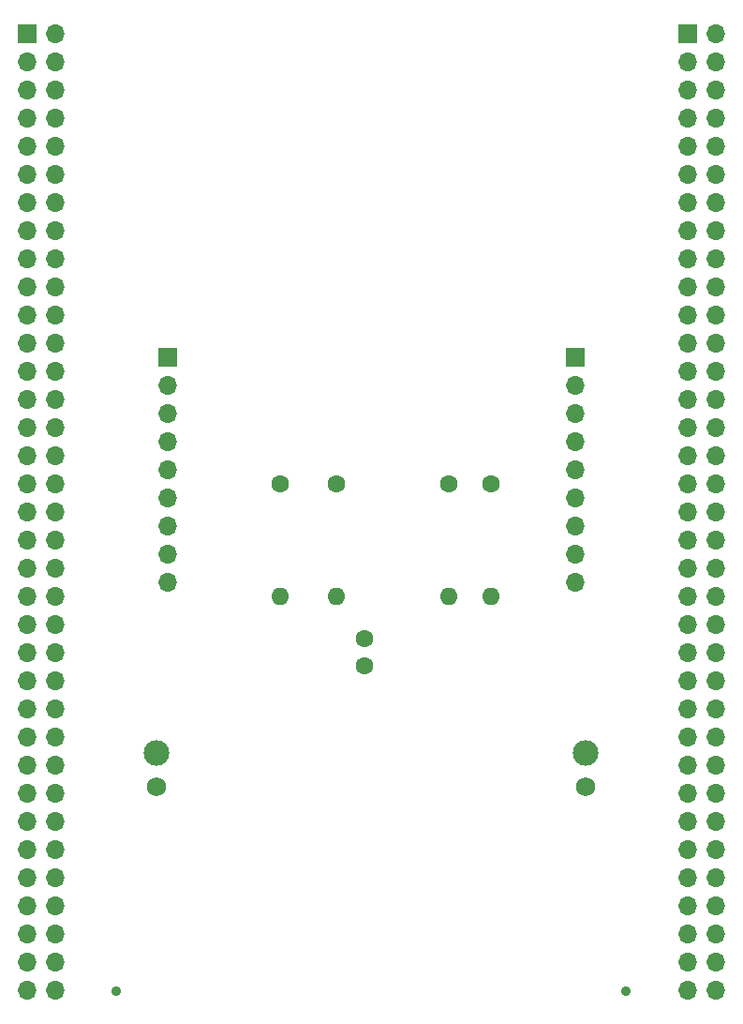
<source format=gbr>
G04 #@! TF.GenerationSoftware,KiCad,Pcbnew,7.0.1-3b83917a11~172~ubuntu22.04.1*
G04 #@! TF.CreationDate,2023-04-09T16:34:52+09:00*
G04 #@! TF.ProjectId,Akashi-14,416b6173-6869-42d3-9134-2e6b69636164,rev?*
G04 #@! TF.SameCoordinates,Original*
G04 #@! TF.FileFunction,Soldermask,Bot*
G04 #@! TF.FilePolarity,Negative*
%FSLAX46Y46*%
G04 Gerber Fmt 4.6, Leading zero omitted, Abs format (unit mm)*
G04 Created by KiCad (PCBNEW 7.0.1-3b83917a11~172~ubuntu22.04.1) date 2023-04-09 16:34:52*
%MOMM*%
%LPD*%
G01*
G04 APERTURE LIST*
%ADD10C,0.889000*%
%ADD11C,2.311400*%
%ADD12C,1.752600*%
%ADD13R,1.700000X1.700000*%
%ADD14O,1.700000X1.700000*%
%ADD15C,1.600000*%
%ADD16O,1.600000X1.600000*%
G04 APERTURE END LIST*
D10*
X108380900Y-152501700D03*
D11*
X112013100Y-131013300D03*
D12*
X112013100Y-134010500D03*
D11*
X150748100Y-131013300D03*
D12*
X150748100Y-134010500D03*
D10*
X154380300Y-152501700D03*
D13*
X113030000Y-95250000D03*
D14*
X113030000Y-97790000D03*
X113030000Y-100330000D03*
X113030000Y-102870000D03*
X113030000Y-105410000D03*
X113030000Y-107950000D03*
X113030000Y-110490000D03*
X113030000Y-113030000D03*
X113030000Y-115570000D03*
D15*
X138430000Y-106680000D03*
D16*
X138430000Y-116840000D03*
D15*
X142240000Y-106680000D03*
D16*
X142240000Y-116840000D03*
D15*
X130810000Y-123150000D03*
X130810000Y-120650000D03*
X123190000Y-106680000D03*
D16*
X123190000Y-116840000D03*
D15*
X128270000Y-106680000D03*
D16*
X128270000Y-116840000D03*
D13*
X149860000Y-95250000D03*
D14*
X149860000Y-97790000D03*
X149860000Y-100330000D03*
X149860000Y-102870000D03*
X149860000Y-105410000D03*
X149860000Y-107950000D03*
X149860000Y-110490000D03*
X149860000Y-113030000D03*
X149860000Y-115570000D03*
D13*
X160020000Y-66040000D03*
D14*
X162560000Y-66040000D03*
X160020000Y-68580000D03*
X162560000Y-68580000D03*
X160020000Y-71120000D03*
X162560000Y-71120000D03*
X160020000Y-73660000D03*
X162560000Y-73660000D03*
X160020000Y-76200000D03*
X162560000Y-76200000D03*
X160020000Y-78740000D03*
X162560000Y-78740000D03*
X160020000Y-81280000D03*
X162560000Y-81280000D03*
X160020000Y-83820000D03*
X162560000Y-83820000D03*
X160020000Y-86360000D03*
X162560000Y-86360000D03*
X160020000Y-88900000D03*
X162560000Y-88900000D03*
X160020000Y-91440000D03*
X162560000Y-91440000D03*
X160020000Y-93980000D03*
X162560000Y-93980000D03*
X160020000Y-96520000D03*
X162560000Y-96520000D03*
X160020000Y-99060000D03*
X162560000Y-99060000D03*
X160020000Y-101600000D03*
X162560000Y-101600000D03*
X160020000Y-104140000D03*
X162560000Y-104140000D03*
X160020000Y-106680000D03*
X162560000Y-106680000D03*
X160020000Y-109220000D03*
X162560000Y-109220000D03*
X160020000Y-111760000D03*
X162560000Y-111760000D03*
X160020000Y-114300000D03*
X162560000Y-114300000D03*
X160020000Y-116840000D03*
X162560000Y-116840000D03*
X160020000Y-119380000D03*
X162560000Y-119380000D03*
X160020000Y-121920000D03*
X162560000Y-121920000D03*
X160020000Y-124460000D03*
X162560000Y-124460000D03*
X160020000Y-127000000D03*
X162560000Y-127000000D03*
X160020000Y-129540000D03*
X162560000Y-129540000D03*
X160020000Y-132080000D03*
X162560000Y-132080000D03*
X160020000Y-134620000D03*
X162560000Y-134620000D03*
X160020000Y-137160000D03*
X162560000Y-137160000D03*
X160020000Y-139700000D03*
X162560000Y-139700000D03*
X160020000Y-142240000D03*
X162560000Y-142240000D03*
X160020000Y-144780000D03*
X162560000Y-144780000D03*
X160020000Y-147320000D03*
X162560000Y-147320000D03*
X160020000Y-149860000D03*
X162560000Y-149860000D03*
X160020000Y-152400000D03*
X162560000Y-152400000D03*
D13*
X100310000Y-66040000D03*
D14*
X102850000Y-66040000D03*
X100310000Y-68580000D03*
X102850000Y-68580000D03*
X100310000Y-71120000D03*
X102850000Y-71120000D03*
X100310000Y-73660000D03*
X102850000Y-73660000D03*
X100310000Y-76200000D03*
X102850000Y-76200000D03*
X100310000Y-78740000D03*
X102850000Y-78740000D03*
X100310000Y-81280000D03*
X102850000Y-81280000D03*
X100310000Y-83820000D03*
X102850000Y-83820000D03*
X100310000Y-86360000D03*
X102850000Y-86360000D03*
X100310000Y-88900000D03*
X102850000Y-88900000D03*
X100310000Y-91440000D03*
X102850000Y-91440000D03*
X100310000Y-93980000D03*
X102850000Y-93980000D03*
X100310000Y-96520000D03*
X102850000Y-96520000D03*
X100310000Y-99060000D03*
X102850000Y-99060000D03*
X100310000Y-101600000D03*
X102850000Y-101600000D03*
X100310000Y-104140000D03*
X102850000Y-104140000D03*
X100310000Y-106680000D03*
X102850000Y-106680000D03*
X100310000Y-109220000D03*
X102850000Y-109220000D03*
X100310000Y-111760000D03*
X102850000Y-111760000D03*
X100310000Y-114300000D03*
X102850000Y-114300000D03*
X100310000Y-116840000D03*
X102850000Y-116840000D03*
X100310000Y-119380000D03*
X102850000Y-119380000D03*
X100310000Y-121920000D03*
X102850000Y-121920000D03*
X100310000Y-124460000D03*
X102850000Y-124460000D03*
X100310000Y-127000000D03*
X102850000Y-127000000D03*
X100310000Y-129540000D03*
X102850000Y-129540000D03*
X100310000Y-132080000D03*
X102850000Y-132080000D03*
X100310000Y-134620000D03*
X102850000Y-134620000D03*
X100310000Y-137160000D03*
X102850000Y-137160000D03*
X100310000Y-139700000D03*
X102850000Y-139700000D03*
X100310000Y-142240000D03*
X102850000Y-142240000D03*
X100310000Y-144780000D03*
X102850000Y-144780000D03*
X100310000Y-147320000D03*
X102850000Y-147320000D03*
X100310000Y-149860000D03*
X102850000Y-149860000D03*
X100310000Y-152400000D03*
X102850000Y-152400000D03*
M02*

</source>
